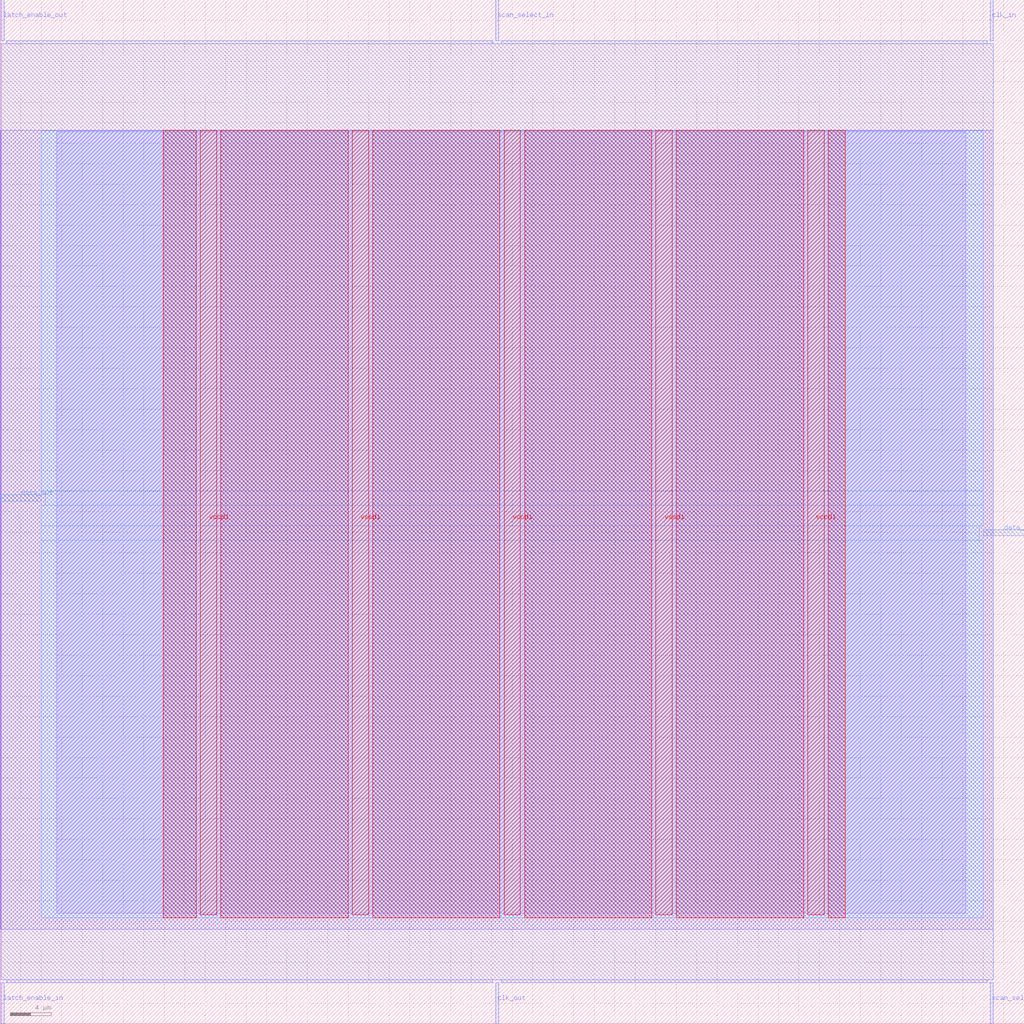
<source format=lef>
VERSION 5.7 ;
  NOWIREEXTENSIONATPIN ON ;
  DIVIDERCHAR "/" ;
  BUSBITCHARS "[]" ;
MACRO scan_wrapper_341476989274686036
  CLASS BLOCK ;
  FOREIGN scan_wrapper_341476989274686036 ;
  ORIGIN 0.000 0.000 ;
  SIZE 100.000 BY 100.000 ;
  PIN clk_in
    DIRECTION INPUT ;
    USE SIGNAL ;
    PORT
      LAYER met2 ;
        RECT 96.690 96.000 96.970 100.000 ;
    END
  END clk_in
  PIN clk_out
    DIRECTION OUTPUT TRISTATE ;
    USE SIGNAL ;
    PORT
      LAYER met2 ;
        RECT 48.390 0.000 48.670 4.000 ;
    END
  END clk_out
  PIN data_in
    DIRECTION INPUT ;
    USE SIGNAL ;
    PORT
      LAYER met3 ;
        RECT 96.000 47.640 100.000 48.240 ;
    END
  END data_in
  PIN data_out
    DIRECTION OUTPUT TRISTATE ;
    USE SIGNAL ;
    PORT
      LAYER met3 ;
        RECT 0.000 51.040 4.000 51.640 ;
    END
  END data_out
  PIN latch_enable_in
    DIRECTION INPUT ;
    USE SIGNAL ;
    PORT
      LAYER met2 ;
        RECT 0.090 0.000 0.370 4.000 ;
    END
  END latch_enable_in
  PIN latch_enable_out
    DIRECTION OUTPUT TRISTATE ;
    USE SIGNAL ;
    PORT
      LAYER met2 ;
        RECT 0.090 96.000 0.370 100.000 ;
    END
  END latch_enable_out
  PIN scan_select_in
    DIRECTION INPUT ;
    USE SIGNAL ;
    PORT
      LAYER met2 ;
        RECT 48.390 96.000 48.670 100.000 ;
    END
  END scan_select_in
  PIN scan_select_out
    DIRECTION OUTPUT TRISTATE ;
    USE SIGNAL ;
    PORT
      LAYER met2 ;
        RECT 96.690 0.000 96.970 4.000 ;
    END
  END scan_select_out
  PIN vccd1
    DIRECTION INPUT ;
    USE POWER ;
    PORT
      LAYER met4 ;
        RECT 19.550 10.640 21.150 87.280 ;
    END
    PORT
      LAYER met4 ;
        RECT 49.200 10.640 50.800 87.280 ;
    END
    PORT
      LAYER met4 ;
        RECT 78.855 10.640 80.455 87.280 ;
    END
  END vccd1
  PIN vssd1
    DIRECTION INPUT ;
    USE GROUND ;
    PORT
      LAYER met4 ;
        RECT 34.370 10.640 35.970 87.280 ;
    END
    PORT
      LAYER met4 ;
        RECT 64.025 10.640 65.625 87.280 ;
    END
  END vssd1
  OBS
      LAYER li1 ;
        RECT 5.520 10.795 94.300 87.125 ;
      LAYER met1 ;
        RECT 0.070 9.220 96.990 87.280 ;
      LAYER met2 ;
        RECT 0.650 95.720 48.110 96.000 ;
        RECT 48.950 95.720 96.410 96.000 ;
        RECT 0.100 4.280 96.960 95.720 ;
        RECT 0.650 4.000 48.110 4.280 ;
        RECT 48.950 4.000 96.410 4.280 ;
      LAYER met3 ;
        RECT 4.000 52.040 96.000 87.205 ;
        RECT 4.400 50.640 96.000 52.040 ;
        RECT 4.000 48.640 96.000 50.640 ;
        RECT 4.000 47.240 95.600 48.640 ;
        RECT 4.000 10.375 96.000 47.240 ;
      LAYER met4 ;
        RECT 15.935 10.375 19.150 87.280 ;
        RECT 21.550 10.375 33.970 87.280 ;
        RECT 36.370 10.375 48.800 87.280 ;
        RECT 51.200 10.375 63.625 87.280 ;
        RECT 66.025 10.375 78.455 87.280 ;
        RECT 80.855 10.375 82.505 87.280 ;
  END
END scan_wrapper_341476989274686036
END LIBRARY


</source>
